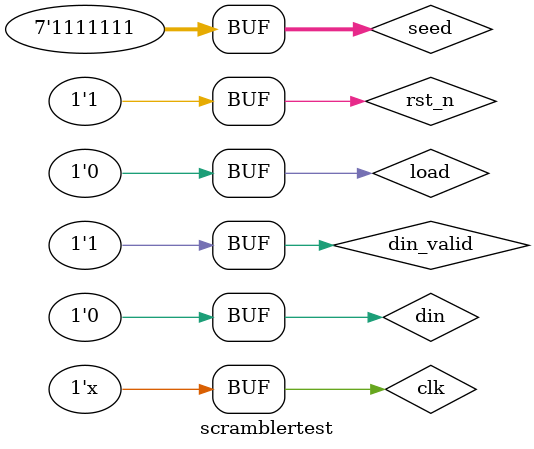
<source format=v>
`timescale 1ns / 1ps
`include "scrambler.v"

module scramblertest;

	// Inputs
	reg clk;
	reg rst_n;
	reg [6:0] seed;
	reg load;
	reg din;
	reg din_valid;

	// Outputs
	wire dout;
	wire dout_valid;

	// Instantiate the Unit Under Test (UUT)
	scrambler uut (
		.clk(clk), 
		.rst_n(rst_n), 
		.seed(seed), 
		.load(load), 
		.din(din), 
		.din_valid(din_valid), 
		.dout(dout), 
		.dout_valid(dout_valid)
	);

	initial begin
		// Initialize Inputs
		clk = 0;
		rst_n = 1;
		seed = 7'h7f;
		load = 0;
		din = 0;
		din_valid = 0;

		// Wait 100 ns for global reset to finish
		#2;
        load = 1;
		#2; load = 0;
		#2; din_valid = 1;
		// Add stimulus here

	end
	always #1 clk = ~clk;  
endmodule


</source>
